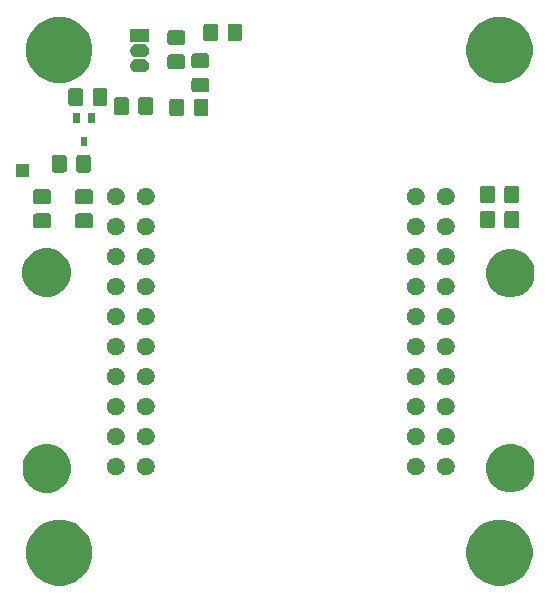
<source format=gbs>
G04 #@! TF.GenerationSoftware,KiCad,Pcbnew,5.1.5+dfsg1-2build2*
G04 #@! TF.CreationDate,2021-05-18T17:36:41-03:00*
G04 #@! TF.ProjectId,jbox_kicad,6a626f78-5f6b-4696-9361-642e6b696361,0*
G04 #@! TF.SameCoordinates,Original*
G04 #@! TF.FileFunction,Soldermask,Bot*
G04 #@! TF.FilePolarity,Negative*
%FSLAX46Y46*%
G04 Gerber Fmt 4.6, Leading zero omitted, Abs format (unit mm)*
G04 Created by KiCad (PCBNEW 5.1.5+dfsg1-2build2) date 2021-05-18 17:36:41*
%MOMM*%
%LPD*%
G04 APERTURE LIST*
%ADD10C,0.500000*%
G04 APERTURE END LIST*
D10*
G36*
X252086463Y-150249333D02*
G01*
X252596176Y-150460463D01*
X253054906Y-150766976D01*
X253445024Y-151157094D01*
X253751537Y-151615824D01*
X253962667Y-152125537D01*
X254070300Y-152666645D01*
X254070300Y-153218355D01*
X253962667Y-153759463D01*
X253751537Y-154269176D01*
X253445024Y-154727906D01*
X253054906Y-155118024D01*
X252596176Y-155424537D01*
X252086463Y-155635667D01*
X251545355Y-155743300D01*
X250993645Y-155743300D01*
X250452537Y-155635667D01*
X249942824Y-155424537D01*
X249484094Y-155118024D01*
X249093976Y-154727906D01*
X248787463Y-154269176D01*
X248576333Y-153759463D01*
X248468700Y-153218355D01*
X248468700Y-152666645D01*
X248576333Y-152125537D01*
X248787463Y-151615824D01*
X249093976Y-151157094D01*
X249484094Y-150766976D01*
X249942824Y-150460463D01*
X250452537Y-150249333D01*
X250993645Y-150141700D01*
X251545355Y-150141700D01*
X252086463Y-150249333D01*
G37*
G36*
X214809423Y-150249333D02*
G01*
X215319136Y-150460463D01*
X215777866Y-150766976D01*
X216167984Y-151157094D01*
X216474497Y-151615824D01*
X216685627Y-152125537D01*
X216793260Y-152666645D01*
X216793260Y-153218355D01*
X216685627Y-153759463D01*
X216474497Y-154269176D01*
X216167984Y-154727906D01*
X215777866Y-155118024D01*
X215319136Y-155424537D01*
X214809423Y-155635667D01*
X214268315Y-155743300D01*
X213716605Y-155743300D01*
X213175497Y-155635667D01*
X212665784Y-155424537D01*
X212207054Y-155118024D01*
X211816936Y-154727906D01*
X211510423Y-154269176D01*
X211299293Y-153759463D01*
X211191660Y-153218355D01*
X211191660Y-152666645D01*
X211299293Y-152125537D01*
X211510423Y-151615824D01*
X211816936Y-151157094D01*
X212207054Y-150766976D01*
X212665784Y-150460463D01*
X213175497Y-150249333D01*
X213716605Y-150141700D01*
X214268315Y-150141700D01*
X214809423Y-150249333D01*
G37*
G36*
X213526396Y-143834171D02*
G01*
X213899618Y-143988765D01*
X214235509Y-144213200D01*
X214521160Y-144498851D01*
X214745595Y-144834742D01*
X214900189Y-145207964D01*
X214979000Y-145604174D01*
X214979000Y-146008146D01*
X214900189Y-146404356D01*
X214745595Y-146777578D01*
X214521160Y-147113469D01*
X214235509Y-147399120D01*
X213899618Y-147623555D01*
X213526396Y-147778149D01*
X213130186Y-147856960D01*
X212726214Y-147856960D01*
X212330004Y-147778149D01*
X211956782Y-147623555D01*
X211620891Y-147399120D01*
X211335240Y-147113469D01*
X211110805Y-146777578D01*
X210956211Y-146404356D01*
X210877400Y-146008146D01*
X210877400Y-145604174D01*
X210956211Y-145207964D01*
X211110805Y-144834742D01*
X211335240Y-144498851D01*
X211620891Y-144213200D01*
X211956782Y-143988765D01*
X212330004Y-143834171D01*
X212726214Y-143755360D01*
X213130186Y-143755360D01*
X213526396Y-143834171D01*
G37*
G36*
X252769396Y-143824011D02*
G01*
X253142618Y-143978605D01*
X253478509Y-144203040D01*
X253764160Y-144488691D01*
X253988595Y-144824582D01*
X254143189Y-145197804D01*
X254222000Y-145594014D01*
X254222000Y-145997986D01*
X254143189Y-146394196D01*
X253988595Y-146767418D01*
X253764160Y-147103309D01*
X253478509Y-147388960D01*
X253142618Y-147613395D01*
X252769396Y-147767989D01*
X252373186Y-147846800D01*
X251969214Y-147846800D01*
X251573004Y-147767989D01*
X251199782Y-147613395D01*
X250863891Y-147388960D01*
X250578240Y-147103309D01*
X250353805Y-146767418D01*
X250199211Y-146394196D01*
X250120400Y-145997986D01*
X250120400Y-145594014D01*
X250199211Y-145197804D01*
X250353805Y-144824582D01*
X250578240Y-144488691D01*
X250863891Y-144203040D01*
X251199782Y-143978605D01*
X251573004Y-143824011D01*
X251969214Y-143745200D01*
X252373186Y-143745200D01*
X252769396Y-143824011D01*
G37*
G36*
X244389200Y-144921653D02*
G01*
X244525837Y-144978249D01*
X244648807Y-145060415D01*
X244753385Y-145164993D01*
X244835551Y-145287963D01*
X244892147Y-145424600D01*
X244921000Y-145569653D01*
X244921000Y-145717547D01*
X244892147Y-145862600D01*
X244835551Y-145999237D01*
X244753385Y-146122207D01*
X244648807Y-146226785D01*
X244525837Y-146308951D01*
X244389200Y-146365547D01*
X244244147Y-146394400D01*
X244096253Y-146394400D01*
X243951200Y-146365547D01*
X243814563Y-146308951D01*
X243691593Y-146226785D01*
X243587015Y-146122207D01*
X243504849Y-145999237D01*
X243448253Y-145862600D01*
X243419400Y-145717547D01*
X243419400Y-145569653D01*
X243448253Y-145424600D01*
X243504849Y-145287963D01*
X243587015Y-145164993D01*
X243691593Y-145060415D01*
X243814563Y-144978249D01*
X243951200Y-144921653D01*
X244096253Y-144892800D01*
X244244147Y-144892800D01*
X244389200Y-144921653D01*
G37*
G36*
X246929200Y-144921653D02*
G01*
X247065837Y-144978249D01*
X247188807Y-145060415D01*
X247293385Y-145164993D01*
X247375551Y-145287963D01*
X247432147Y-145424600D01*
X247461000Y-145569653D01*
X247461000Y-145717547D01*
X247432147Y-145862600D01*
X247375551Y-145999237D01*
X247293385Y-146122207D01*
X247188807Y-146226785D01*
X247065837Y-146308951D01*
X246929200Y-146365547D01*
X246784147Y-146394400D01*
X246636253Y-146394400D01*
X246491200Y-146365547D01*
X246354563Y-146308951D01*
X246231593Y-146226785D01*
X246127015Y-146122207D01*
X246044849Y-145999237D01*
X245988253Y-145862600D01*
X245959400Y-145717547D01*
X245959400Y-145569653D01*
X245988253Y-145424600D01*
X246044849Y-145287963D01*
X246127015Y-145164993D01*
X246231593Y-145060415D01*
X246354563Y-144978249D01*
X246491200Y-144921653D01*
X246636253Y-144892800D01*
X246784147Y-144892800D01*
X246929200Y-144921653D01*
G37*
G36*
X218989200Y-144921653D02*
G01*
X219125837Y-144978249D01*
X219248807Y-145060415D01*
X219353385Y-145164993D01*
X219435551Y-145287963D01*
X219492147Y-145424600D01*
X219521000Y-145569653D01*
X219521000Y-145717547D01*
X219492147Y-145862600D01*
X219435551Y-145999237D01*
X219353385Y-146122207D01*
X219248807Y-146226785D01*
X219125837Y-146308951D01*
X218989200Y-146365547D01*
X218844147Y-146394400D01*
X218696253Y-146394400D01*
X218551200Y-146365547D01*
X218414563Y-146308951D01*
X218291593Y-146226785D01*
X218187015Y-146122207D01*
X218104849Y-145999237D01*
X218048253Y-145862600D01*
X218019400Y-145717547D01*
X218019400Y-145569653D01*
X218048253Y-145424600D01*
X218104849Y-145287963D01*
X218187015Y-145164993D01*
X218291593Y-145060415D01*
X218414563Y-144978249D01*
X218551200Y-144921653D01*
X218696253Y-144892800D01*
X218844147Y-144892800D01*
X218989200Y-144921653D01*
G37*
G36*
X221529200Y-144921653D02*
G01*
X221665837Y-144978249D01*
X221788807Y-145060415D01*
X221893385Y-145164993D01*
X221975551Y-145287963D01*
X222032147Y-145424600D01*
X222061000Y-145569653D01*
X222061000Y-145717547D01*
X222032147Y-145862600D01*
X221975551Y-145999237D01*
X221893385Y-146122207D01*
X221788807Y-146226785D01*
X221665837Y-146308951D01*
X221529200Y-146365547D01*
X221384147Y-146394400D01*
X221236253Y-146394400D01*
X221091200Y-146365547D01*
X220954563Y-146308951D01*
X220831593Y-146226785D01*
X220727015Y-146122207D01*
X220644849Y-145999237D01*
X220588253Y-145862600D01*
X220559400Y-145717547D01*
X220559400Y-145569653D01*
X220588253Y-145424600D01*
X220644849Y-145287963D01*
X220727015Y-145164993D01*
X220831593Y-145060415D01*
X220954563Y-144978249D01*
X221091200Y-144921653D01*
X221236253Y-144892800D01*
X221384147Y-144892800D01*
X221529200Y-144921653D01*
G37*
G36*
X246929200Y-142381653D02*
G01*
X247065837Y-142438249D01*
X247188807Y-142520415D01*
X247293385Y-142624993D01*
X247375551Y-142747963D01*
X247432147Y-142884600D01*
X247461000Y-143029653D01*
X247461000Y-143177547D01*
X247432147Y-143322600D01*
X247375551Y-143459237D01*
X247293385Y-143582207D01*
X247188807Y-143686785D01*
X247065837Y-143768951D01*
X246929200Y-143825547D01*
X246784147Y-143854400D01*
X246636253Y-143854400D01*
X246491200Y-143825547D01*
X246354563Y-143768951D01*
X246231593Y-143686785D01*
X246127015Y-143582207D01*
X246044849Y-143459237D01*
X245988253Y-143322600D01*
X245959400Y-143177547D01*
X245959400Y-143029653D01*
X245988253Y-142884600D01*
X246044849Y-142747963D01*
X246127015Y-142624993D01*
X246231593Y-142520415D01*
X246354563Y-142438249D01*
X246491200Y-142381653D01*
X246636253Y-142352800D01*
X246784147Y-142352800D01*
X246929200Y-142381653D01*
G37*
G36*
X244389200Y-142381653D02*
G01*
X244525837Y-142438249D01*
X244648807Y-142520415D01*
X244753385Y-142624993D01*
X244835551Y-142747963D01*
X244892147Y-142884600D01*
X244921000Y-143029653D01*
X244921000Y-143177547D01*
X244892147Y-143322600D01*
X244835551Y-143459237D01*
X244753385Y-143582207D01*
X244648807Y-143686785D01*
X244525837Y-143768951D01*
X244389200Y-143825547D01*
X244244147Y-143854400D01*
X244096253Y-143854400D01*
X243951200Y-143825547D01*
X243814563Y-143768951D01*
X243691593Y-143686785D01*
X243587015Y-143582207D01*
X243504849Y-143459237D01*
X243448253Y-143322600D01*
X243419400Y-143177547D01*
X243419400Y-143029653D01*
X243448253Y-142884600D01*
X243504849Y-142747963D01*
X243587015Y-142624993D01*
X243691593Y-142520415D01*
X243814563Y-142438249D01*
X243951200Y-142381653D01*
X244096253Y-142352800D01*
X244244147Y-142352800D01*
X244389200Y-142381653D01*
G37*
G36*
X221529200Y-142381653D02*
G01*
X221665837Y-142438249D01*
X221788807Y-142520415D01*
X221893385Y-142624993D01*
X221975551Y-142747963D01*
X222032147Y-142884600D01*
X222061000Y-143029653D01*
X222061000Y-143177547D01*
X222032147Y-143322600D01*
X221975551Y-143459237D01*
X221893385Y-143582207D01*
X221788807Y-143686785D01*
X221665837Y-143768951D01*
X221529200Y-143825547D01*
X221384147Y-143854400D01*
X221236253Y-143854400D01*
X221091200Y-143825547D01*
X220954563Y-143768951D01*
X220831593Y-143686785D01*
X220727015Y-143582207D01*
X220644849Y-143459237D01*
X220588253Y-143322600D01*
X220559400Y-143177547D01*
X220559400Y-143029653D01*
X220588253Y-142884600D01*
X220644849Y-142747963D01*
X220727015Y-142624993D01*
X220831593Y-142520415D01*
X220954563Y-142438249D01*
X221091200Y-142381653D01*
X221236253Y-142352800D01*
X221384147Y-142352800D01*
X221529200Y-142381653D01*
G37*
G36*
X218989200Y-142381653D02*
G01*
X219125837Y-142438249D01*
X219248807Y-142520415D01*
X219353385Y-142624993D01*
X219435551Y-142747963D01*
X219492147Y-142884600D01*
X219521000Y-143029653D01*
X219521000Y-143177547D01*
X219492147Y-143322600D01*
X219435551Y-143459237D01*
X219353385Y-143582207D01*
X219248807Y-143686785D01*
X219125837Y-143768951D01*
X218989200Y-143825547D01*
X218844147Y-143854400D01*
X218696253Y-143854400D01*
X218551200Y-143825547D01*
X218414563Y-143768951D01*
X218291593Y-143686785D01*
X218187015Y-143582207D01*
X218104849Y-143459237D01*
X218048253Y-143322600D01*
X218019400Y-143177547D01*
X218019400Y-143029653D01*
X218048253Y-142884600D01*
X218104849Y-142747963D01*
X218187015Y-142624993D01*
X218291593Y-142520415D01*
X218414563Y-142438249D01*
X218551200Y-142381653D01*
X218696253Y-142352800D01*
X218844147Y-142352800D01*
X218989200Y-142381653D01*
G37*
G36*
X221529200Y-139841653D02*
G01*
X221665837Y-139898249D01*
X221788807Y-139980415D01*
X221893385Y-140084993D01*
X221975551Y-140207963D01*
X222032147Y-140344600D01*
X222061000Y-140489653D01*
X222061000Y-140637547D01*
X222032147Y-140782600D01*
X221975551Y-140919237D01*
X221893385Y-141042207D01*
X221788807Y-141146785D01*
X221665837Y-141228951D01*
X221529200Y-141285547D01*
X221384147Y-141314400D01*
X221236253Y-141314400D01*
X221091200Y-141285547D01*
X220954563Y-141228951D01*
X220831593Y-141146785D01*
X220727015Y-141042207D01*
X220644849Y-140919237D01*
X220588253Y-140782600D01*
X220559400Y-140637547D01*
X220559400Y-140489653D01*
X220588253Y-140344600D01*
X220644849Y-140207963D01*
X220727015Y-140084993D01*
X220831593Y-139980415D01*
X220954563Y-139898249D01*
X221091200Y-139841653D01*
X221236253Y-139812800D01*
X221384147Y-139812800D01*
X221529200Y-139841653D01*
G37*
G36*
X246929200Y-139841653D02*
G01*
X247065837Y-139898249D01*
X247188807Y-139980415D01*
X247293385Y-140084993D01*
X247375551Y-140207963D01*
X247432147Y-140344600D01*
X247461000Y-140489653D01*
X247461000Y-140637547D01*
X247432147Y-140782600D01*
X247375551Y-140919237D01*
X247293385Y-141042207D01*
X247188807Y-141146785D01*
X247065837Y-141228951D01*
X246929200Y-141285547D01*
X246784147Y-141314400D01*
X246636253Y-141314400D01*
X246491200Y-141285547D01*
X246354563Y-141228951D01*
X246231593Y-141146785D01*
X246127015Y-141042207D01*
X246044849Y-140919237D01*
X245988253Y-140782600D01*
X245959400Y-140637547D01*
X245959400Y-140489653D01*
X245988253Y-140344600D01*
X246044849Y-140207963D01*
X246127015Y-140084993D01*
X246231593Y-139980415D01*
X246354563Y-139898249D01*
X246491200Y-139841653D01*
X246636253Y-139812800D01*
X246784147Y-139812800D01*
X246929200Y-139841653D01*
G37*
G36*
X218989200Y-139841653D02*
G01*
X219125837Y-139898249D01*
X219248807Y-139980415D01*
X219353385Y-140084993D01*
X219435551Y-140207963D01*
X219492147Y-140344600D01*
X219521000Y-140489653D01*
X219521000Y-140637547D01*
X219492147Y-140782600D01*
X219435551Y-140919237D01*
X219353385Y-141042207D01*
X219248807Y-141146785D01*
X219125837Y-141228951D01*
X218989200Y-141285547D01*
X218844147Y-141314400D01*
X218696253Y-141314400D01*
X218551200Y-141285547D01*
X218414563Y-141228951D01*
X218291593Y-141146785D01*
X218187015Y-141042207D01*
X218104849Y-140919237D01*
X218048253Y-140782600D01*
X218019400Y-140637547D01*
X218019400Y-140489653D01*
X218048253Y-140344600D01*
X218104849Y-140207963D01*
X218187015Y-140084993D01*
X218291593Y-139980415D01*
X218414563Y-139898249D01*
X218551200Y-139841653D01*
X218696253Y-139812800D01*
X218844147Y-139812800D01*
X218989200Y-139841653D01*
G37*
G36*
X244389200Y-139841653D02*
G01*
X244525837Y-139898249D01*
X244648807Y-139980415D01*
X244753385Y-140084993D01*
X244835551Y-140207963D01*
X244892147Y-140344600D01*
X244921000Y-140489653D01*
X244921000Y-140637547D01*
X244892147Y-140782600D01*
X244835551Y-140919237D01*
X244753385Y-141042207D01*
X244648807Y-141146785D01*
X244525837Y-141228951D01*
X244389200Y-141285547D01*
X244244147Y-141314400D01*
X244096253Y-141314400D01*
X243951200Y-141285547D01*
X243814563Y-141228951D01*
X243691593Y-141146785D01*
X243587015Y-141042207D01*
X243504849Y-140919237D01*
X243448253Y-140782600D01*
X243419400Y-140637547D01*
X243419400Y-140489653D01*
X243448253Y-140344600D01*
X243504849Y-140207963D01*
X243587015Y-140084993D01*
X243691593Y-139980415D01*
X243814563Y-139898249D01*
X243951200Y-139841653D01*
X244096253Y-139812800D01*
X244244147Y-139812800D01*
X244389200Y-139841653D01*
G37*
G36*
X218989200Y-137301653D02*
G01*
X219125837Y-137358249D01*
X219248807Y-137440415D01*
X219353385Y-137544993D01*
X219435551Y-137667963D01*
X219492147Y-137804600D01*
X219521000Y-137949653D01*
X219521000Y-138097547D01*
X219492147Y-138242600D01*
X219435551Y-138379237D01*
X219353385Y-138502207D01*
X219248807Y-138606785D01*
X219125837Y-138688951D01*
X218989200Y-138745547D01*
X218844147Y-138774400D01*
X218696253Y-138774400D01*
X218551200Y-138745547D01*
X218414563Y-138688951D01*
X218291593Y-138606785D01*
X218187015Y-138502207D01*
X218104849Y-138379237D01*
X218048253Y-138242600D01*
X218019400Y-138097547D01*
X218019400Y-137949653D01*
X218048253Y-137804600D01*
X218104849Y-137667963D01*
X218187015Y-137544993D01*
X218291593Y-137440415D01*
X218414563Y-137358249D01*
X218551200Y-137301653D01*
X218696253Y-137272800D01*
X218844147Y-137272800D01*
X218989200Y-137301653D01*
G37*
G36*
X221529200Y-137301653D02*
G01*
X221665837Y-137358249D01*
X221788807Y-137440415D01*
X221893385Y-137544993D01*
X221975551Y-137667963D01*
X222032147Y-137804600D01*
X222061000Y-137949653D01*
X222061000Y-138097547D01*
X222032147Y-138242600D01*
X221975551Y-138379237D01*
X221893385Y-138502207D01*
X221788807Y-138606785D01*
X221665837Y-138688951D01*
X221529200Y-138745547D01*
X221384147Y-138774400D01*
X221236253Y-138774400D01*
X221091200Y-138745547D01*
X220954563Y-138688951D01*
X220831593Y-138606785D01*
X220727015Y-138502207D01*
X220644849Y-138379237D01*
X220588253Y-138242600D01*
X220559400Y-138097547D01*
X220559400Y-137949653D01*
X220588253Y-137804600D01*
X220644849Y-137667963D01*
X220727015Y-137544993D01*
X220831593Y-137440415D01*
X220954563Y-137358249D01*
X221091200Y-137301653D01*
X221236253Y-137272800D01*
X221384147Y-137272800D01*
X221529200Y-137301653D01*
G37*
G36*
X246929200Y-137301653D02*
G01*
X247065837Y-137358249D01*
X247188807Y-137440415D01*
X247293385Y-137544993D01*
X247375551Y-137667963D01*
X247432147Y-137804600D01*
X247461000Y-137949653D01*
X247461000Y-138097547D01*
X247432147Y-138242600D01*
X247375551Y-138379237D01*
X247293385Y-138502207D01*
X247188807Y-138606785D01*
X247065837Y-138688951D01*
X246929200Y-138745547D01*
X246784147Y-138774400D01*
X246636253Y-138774400D01*
X246491200Y-138745547D01*
X246354563Y-138688951D01*
X246231593Y-138606785D01*
X246127015Y-138502207D01*
X246044849Y-138379237D01*
X245988253Y-138242600D01*
X245959400Y-138097547D01*
X245959400Y-137949653D01*
X245988253Y-137804600D01*
X246044849Y-137667963D01*
X246127015Y-137544993D01*
X246231593Y-137440415D01*
X246354563Y-137358249D01*
X246491200Y-137301653D01*
X246636253Y-137272800D01*
X246784147Y-137272800D01*
X246929200Y-137301653D01*
G37*
G36*
X244389200Y-137301653D02*
G01*
X244525837Y-137358249D01*
X244648807Y-137440415D01*
X244753385Y-137544993D01*
X244835551Y-137667963D01*
X244892147Y-137804600D01*
X244921000Y-137949653D01*
X244921000Y-138097547D01*
X244892147Y-138242600D01*
X244835551Y-138379237D01*
X244753385Y-138502207D01*
X244648807Y-138606785D01*
X244525837Y-138688951D01*
X244389200Y-138745547D01*
X244244147Y-138774400D01*
X244096253Y-138774400D01*
X243951200Y-138745547D01*
X243814563Y-138688951D01*
X243691593Y-138606785D01*
X243587015Y-138502207D01*
X243504849Y-138379237D01*
X243448253Y-138242600D01*
X243419400Y-138097547D01*
X243419400Y-137949653D01*
X243448253Y-137804600D01*
X243504849Y-137667963D01*
X243587015Y-137544993D01*
X243691593Y-137440415D01*
X243814563Y-137358249D01*
X243951200Y-137301653D01*
X244096253Y-137272800D01*
X244244147Y-137272800D01*
X244389200Y-137301653D01*
G37*
G36*
X218989200Y-134761653D02*
G01*
X219125837Y-134818249D01*
X219248807Y-134900415D01*
X219353385Y-135004993D01*
X219435551Y-135127963D01*
X219492147Y-135264600D01*
X219521000Y-135409653D01*
X219521000Y-135557547D01*
X219492147Y-135702600D01*
X219435551Y-135839237D01*
X219353385Y-135962207D01*
X219248807Y-136066785D01*
X219125837Y-136148951D01*
X218989200Y-136205547D01*
X218844147Y-136234400D01*
X218696253Y-136234400D01*
X218551200Y-136205547D01*
X218414563Y-136148951D01*
X218291593Y-136066785D01*
X218187015Y-135962207D01*
X218104849Y-135839237D01*
X218048253Y-135702600D01*
X218019400Y-135557547D01*
X218019400Y-135409653D01*
X218048253Y-135264600D01*
X218104849Y-135127963D01*
X218187015Y-135004993D01*
X218291593Y-134900415D01*
X218414563Y-134818249D01*
X218551200Y-134761653D01*
X218696253Y-134732800D01*
X218844147Y-134732800D01*
X218989200Y-134761653D01*
G37*
G36*
X246929200Y-134761653D02*
G01*
X247065837Y-134818249D01*
X247188807Y-134900415D01*
X247293385Y-135004993D01*
X247375551Y-135127963D01*
X247432147Y-135264600D01*
X247461000Y-135409653D01*
X247461000Y-135557547D01*
X247432147Y-135702600D01*
X247375551Y-135839237D01*
X247293385Y-135962207D01*
X247188807Y-136066785D01*
X247065837Y-136148951D01*
X246929200Y-136205547D01*
X246784147Y-136234400D01*
X246636253Y-136234400D01*
X246491200Y-136205547D01*
X246354563Y-136148951D01*
X246231593Y-136066785D01*
X246127015Y-135962207D01*
X246044849Y-135839237D01*
X245988253Y-135702600D01*
X245959400Y-135557547D01*
X245959400Y-135409653D01*
X245988253Y-135264600D01*
X246044849Y-135127963D01*
X246127015Y-135004993D01*
X246231593Y-134900415D01*
X246354563Y-134818249D01*
X246491200Y-134761653D01*
X246636253Y-134732800D01*
X246784147Y-134732800D01*
X246929200Y-134761653D01*
G37*
G36*
X221529200Y-134761653D02*
G01*
X221665837Y-134818249D01*
X221788807Y-134900415D01*
X221893385Y-135004993D01*
X221975551Y-135127963D01*
X222032147Y-135264600D01*
X222061000Y-135409653D01*
X222061000Y-135557547D01*
X222032147Y-135702600D01*
X221975551Y-135839237D01*
X221893385Y-135962207D01*
X221788807Y-136066785D01*
X221665837Y-136148951D01*
X221529200Y-136205547D01*
X221384147Y-136234400D01*
X221236253Y-136234400D01*
X221091200Y-136205547D01*
X220954563Y-136148951D01*
X220831593Y-136066785D01*
X220727015Y-135962207D01*
X220644849Y-135839237D01*
X220588253Y-135702600D01*
X220559400Y-135557547D01*
X220559400Y-135409653D01*
X220588253Y-135264600D01*
X220644849Y-135127963D01*
X220727015Y-135004993D01*
X220831593Y-134900415D01*
X220954563Y-134818249D01*
X221091200Y-134761653D01*
X221236253Y-134732800D01*
X221384147Y-134732800D01*
X221529200Y-134761653D01*
G37*
G36*
X244389200Y-134761653D02*
G01*
X244525837Y-134818249D01*
X244648807Y-134900415D01*
X244753385Y-135004993D01*
X244835551Y-135127963D01*
X244892147Y-135264600D01*
X244921000Y-135409653D01*
X244921000Y-135557547D01*
X244892147Y-135702600D01*
X244835551Y-135839237D01*
X244753385Y-135962207D01*
X244648807Y-136066785D01*
X244525837Y-136148951D01*
X244389200Y-136205547D01*
X244244147Y-136234400D01*
X244096253Y-136234400D01*
X243951200Y-136205547D01*
X243814563Y-136148951D01*
X243691593Y-136066785D01*
X243587015Y-135962207D01*
X243504849Y-135839237D01*
X243448253Y-135702600D01*
X243419400Y-135557547D01*
X243419400Y-135409653D01*
X243448253Y-135264600D01*
X243504849Y-135127963D01*
X243587015Y-135004993D01*
X243691593Y-134900415D01*
X243814563Y-134818249D01*
X243951200Y-134761653D01*
X244096253Y-134732800D01*
X244244147Y-134732800D01*
X244389200Y-134761653D01*
G37*
G36*
X244389200Y-132221653D02*
G01*
X244525837Y-132278249D01*
X244648807Y-132360415D01*
X244753385Y-132464993D01*
X244835551Y-132587963D01*
X244892147Y-132724600D01*
X244921000Y-132869653D01*
X244921000Y-133017547D01*
X244892147Y-133162600D01*
X244835551Y-133299237D01*
X244753385Y-133422207D01*
X244648807Y-133526785D01*
X244525837Y-133608951D01*
X244389200Y-133665547D01*
X244244147Y-133694400D01*
X244096253Y-133694400D01*
X243951200Y-133665547D01*
X243814563Y-133608951D01*
X243691593Y-133526785D01*
X243587015Y-133422207D01*
X243504849Y-133299237D01*
X243448253Y-133162600D01*
X243419400Y-133017547D01*
X243419400Y-132869653D01*
X243448253Y-132724600D01*
X243504849Y-132587963D01*
X243587015Y-132464993D01*
X243691593Y-132360415D01*
X243814563Y-132278249D01*
X243951200Y-132221653D01*
X244096253Y-132192800D01*
X244244147Y-132192800D01*
X244389200Y-132221653D01*
G37*
G36*
X246929200Y-132221653D02*
G01*
X247065837Y-132278249D01*
X247188807Y-132360415D01*
X247293385Y-132464993D01*
X247375551Y-132587963D01*
X247432147Y-132724600D01*
X247461000Y-132869653D01*
X247461000Y-133017547D01*
X247432147Y-133162600D01*
X247375551Y-133299237D01*
X247293385Y-133422207D01*
X247188807Y-133526785D01*
X247065837Y-133608951D01*
X246929200Y-133665547D01*
X246784147Y-133694400D01*
X246636253Y-133694400D01*
X246491200Y-133665547D01*
X246354563Y-133608951D01*
X246231593Y-133526785D01*
X246127015Y-133422207D01*
X246044849Y-133299237D01*
X245988253Y-133162600D01*
X245959400Y-133017547D01*
X245959400Y-132869653D01*
X245988253Y-132724600D01*
X246044849Y-132587963D01*
X246127015Y-132464993D01*
X246231593Y-132360415D01*
X246354563Y-132278249D01*
X246491200Y-132221653D01*
X246636253Y-132192800D01*
X246784147Y-132192800D01*
X246929200Y-132221653D01*
G37*
G36*
X218989200Y-132221653D02*
G01*
X219125837Y-132278249D01*
X219248807Y-132360415D01*
X219353385Y-132464993D01*
X219435551Y-132587963D01*
X219492147Y-132724600D01*
X219521000Y-132869653D01*
X219521000Y-133017547D01*
X219492147Y-133162600D01*
X219435551Y-133299237D01*
X219353385Y-133422207D01*
X219248807Y-133526785D01*
X219125837Y-133608951D01*
X218989200Y-133665547D01*
X218844147Y-133694400D01*
X218696253Y-133694400D01*
X218551200Y-133665547D01*
X218414563Y-133608951D01*
X218291593Y-133526785D01*
X218187015Y-133422207D01*
X218104849Y-133299237D01*
X218048253Y-133162600D01*
X218019400Y-133017547D01*
X218019400Y-132869653D01*
X218048253Y-132724600D01*
X218104849Y-132587963D01*
X218187015Y-132464993D01*
X218291593Y-132360415D01*
X218414563Y-132278249D01*
X218551200Y-132221653D01*
X218696253Y-132192800D01*
X218844147Y-132192800D01*
X218989200Y-132221653D01*
G37*
G36*
X221529200Y-132221653D02*
G01*
X221665837Y-132278249D01*
X221788807Y-132360415D01*
X221893385Y-132464993D01*
X221975551Y-132587963D01*
X222032147Y-132724600D01*
X222061000Y-132869653D01*
X222061000Y-133017547D01*
X222032147Y-133162600D01*
X221975551Y-133299237D01*
X221893385Y-133422207D01*
X221788807Y-133526785D01*
X221665837Y-133608951D01*
X221529200Y-133665547D01*
X221384147Y-133694400D01*
X221236253Y-133694400D01*
X221091200Y-133665547D01*
X220954563Y-133608951D01*
X220831593Y-133526785D01*
X220727015Y-133422207D01*
X220644849Y-133299237D01*
X220588253Y-133162600D01*
X220559400Y-133017547D01*
X220559400Y-132869653D01*
X220588253Y-132724600D01*
X220644849Y-132587963D01*
X220727015Y-132464993D01*
X220831593Y-132360415D01*
X220954563Y-132278249D01*
X221091200Y-132221653D01*
X221236253Y-132192800D01*
X221384147Y-132192800D01*
X221529200Y-132221653D01*
G37*
G36*
X252769396Y-127314011D02*
G01*
X253142618Y-127468605D01*
X253478509Y-127693040D01*
X253764160Y-127978691D01*
X253988595Y-128314582D01*
X254143189Y-128687804D01*
X254222000Y-129084014D01*
X254222000Y-129487986D01*
X254143189Y-129884196D01*
X253988595Y-130257418D01*
X253764160Y-130593309D01*
X253478509Y-130878960D01*
X253142618Y-131103395D01*
X252769396Y-131257989D01*
X252373186Y-131336800D01*
X251969214Y-131336800D01*
X251573004Y-131257989D01*
X251199782Y-131103395D01*
X250863891Y-130878960D01*
X250578240Y-130593309D01*
X250353805Y-130257418D01*
X250199211Y-129884196D01*
X250120400Y-129487986D01*
X250120400Y-129084014D01*
X250199211Y-128687804D01*
X250353805Y-128314582D01*
X250578240Y-127978691D01*
X250863891Y-127693040D01*
X251199782Y-127468605D01*
X251573004Y-127314011D01*
X251969214Y-127235200D01*
X252373186Y-127235200D01*
X252769396Y-127314011D01*
G37*
G36*
X213513696Y-127260671D02*
G01*
X213886918Y-127415265D01*
X214222809Y-127639700D01*
X214508460Y-127925351D01*
X214732895Y-128261242D01*
X214887489Y-128634464D01*
X214966300Y-129030674D01*
X214966300Y-129434646D01*
X214887489Y-129830856D01*
X214732895Y-130204078D01*
X214508460Y-130539969D01*
X214222809Y-130825620D01*
X213886918Y-131050055D01*
X213513696Y-131204649D01*
X213117486Y-131283460D01*
X212713514Y-131283460D01*
X212317304Y-131204649D01*
X211944082Y-131050055D01*
X211608191Y-130825620D01*
X211322540Y-130539969D01*
X211098105Y-130204078D01*
X210943511Y-129830856D01*
X210864700Y-129434646D01*
X210864700Y-129030674D01*
X210943511Y-128634464D01*
X211098105Y-128261242D01*
X211322540Y-127925351D01*
X211608191Y-127639700D01*
X211944082Y-127415265D01*
X212317304Y-127260671D01*
X212713514Y-127181860D01*
X213117486Y-127181860D01*
X213513696Y-127260671D01*
G37*
G36*
X246929200Y-129681653D02*
G01*
X247065837Y-129738249D01*
X247188807Y-129820415D01*
X247293385Y-129924993D01*
X247375551Y-130047963D01*
X247432147Y-130184600D01*
X247461000Y-130329653D01*
X247461000Y-130477547D01*
X247432147Y-130622600D01*
X247375551Y-130759237D01*
X247293385Y-130882207D01*
X247188807Y-130986785D01*
X247065837Y-131068951D01*
X246929200Y-131125547D01*
X246784147Y-131154400D01*
X246636253Y-131154400D01*
X246491200Y-131125547D01*
X246354563Y-131068951D01*
X246231593Y-130986785D01*
X246127015Y-130882207D01*
X246044849Y-130759237D01*
X245988253Y-130622600D01*
X245959400Y-130477547D01*
X245959400Y-130329653D01*
X245988253Y-130184600D01*
X246044849Y-130047963D01*
X246127015Y-129924993D01*
X246231593Y-129820415D01*
X246354563Y-129738249D01*
X246491200Y-129681653D01*
X246636253Y-129652800D01*
X246784147Y-129652800D01*
X246929200Y-129681653D01*
G37*
G36*
X221529200Y-129681653D02*
G01*
X221665837Y-129738249D01*
X221788807Y-129820415D01*
X221893385Y-129924993D01*
X221975551Y-130047963D01*
X222032147Y-130184600D01*
X222061000Y-130329653D01*
X222061000Y-130477547D01*
X222032147Y-130622600D01*
X221975551Y-130759237D01*
X221893385Y-130882207D01*
X221788807Y-130986785D01*
X221665837Y-131068951D01*
X221529200Y-131125547D01*
X221384147Y-131154400D01*
X221236253Y-131154400D01*
X221091200Y-131125547D01*
X220954563Y-131068951D01*
X220831593Y-130986785D01*
X220727015Y-130882207D01*
X220644849Y-130759237D01*
X220588253Y-130622600D01*
X220559400Y-130477547D01*
X220559400Y-130329653D01*
X220588253Y-130184600D01*
X220644849Y-130047963D01*
X220727015Y-129924993D01*
X220831593Y-129820415D01*
X220954563Y-129738249D01*
X221091200Y-129681653D01*
X221236253Y-129652800D01*
X221384147Y-129652800D01*
X221529200Y-129681653D01*
G37*
G36*
X244389200Y-129681653D02*
G01*
X244525837Y-129738249D01*
X244648807Y-129820415D01*
X244753385Y-129924993D01*
X244835551Y-130047963D01*
X244892147Y-130184600D01*
X244921000Y-130329653D01*
X244921000Y-130477547D01*
X244892147Y-130622600D01*
X244835551Y-130759237D01*
X244753385Y-130882207D01*
X244648807Y-130986785D01*
X244525837Y-131068951D01*
X244389200Y-131125547D01*
X244244147Y-131154400D01*
X244096253Y-131154400D01*
X243951200Y-131125547D01*
X243814563Y-131068951D01*
X243691593Y-130986785D01*
X243587015Y-130882207D01*
X243504849Y-130759237D01*
X243448253Y-130622600D01*
X243419400Y-130477547D01*
X243419400Y-130329653D01*
X243448253Y-130184600D01*
X243504849Y-130047963D01*
X243587015Y-129924993D01*
X243691593Y-129820415D01*
X243814563Y-129738249D01*
X243951200Y-129681653D01*
X244096253Y-129652800D01*
X244244147Y-129652800D01*
X244389200Y-129681653D01*
G37*
G36*
X218989200Y-129681653D02*
G01*
X219125837Y-129738249D01*
X219248807Y-129820415D01*
X219353385Y-129924993D01*
X219435551Y-130047963D01*
X219492147Y-130184600D01*
X219521000Y-130329653D01*
X219521000Y-130477547D01*
X219492147Y-130622600D01*
X219435551Y-130759237D01*
X219353385Y-130882207D01*
X219248807Y-130986785D01*
X219125837Y-131068951D01*
X218989200Y-131125547D01*
X218844147Y-131154400D01*
X218696253Y-131154400D01*
X218551200Y-131125547D01*
X218414563Y-131068951D01*
X218291593Y-130986785D01*
X218187015Y-130882207D01*
X218104849Y-130759237D01*
X218048253Y-130622600D01*
X218019400Y-130477547D01*
X218019400Y-130329653D01*
X218048253Y-130184600D01*
X218104849Y-130047963D01*
X218187015Y-129924993D01*
X218291593Y-129820415D01*
X218414563Y-129738249D01*
X218551200Y-129681653D01*
X218696253Y-129652800D01*
X218844147Y-129652800D01*
X218989200Y-129681653D01*
G37*
G36*
X246929200Y-127141653D02*
G01*
X247065837Y-127198249D01*
X247188807Y-127280415D01*
X247293385Y-127384993D01*
X247375551Y-127507963D01*
X247432147Y-127644600D01*
X247461000Y-127789653D01*
X247461000Y-127937547D01*
X247432147Y-128082600D01*
X247375551Y-128219237D01*
X247293385Y-128342207D01*
X247188807Y-128446785D01*
X247065837Y-128528951D01*
X246929200Y-128585547D01*
X246784147Y-128614400D01*
X246636253Y-128614400D01*
X246491200Y-128585547D01*
X246354563Y-128528951D01*
X246231593Y-128446785D01*
X246127015Y-128342207D01*
X246044849Y-128219237D01*
X245988253Y-128082600D01*
X245959400Y-127937547D01*
X245959400Y-127789653D01*
X245988253Y-127644600D01*
X246044849Y-127507963D01*
X246127015Y-127384993D01*
X246231593Y-127280415D01*
X246354563Y-127198249D01*
X246491200Y-127141653D01*
X246636253Y-127112800D01*
X246784147Y-127112800D01*
X246929200Y-127141653D01*
G37*
G36*
X221529200Y-127141653D02*
G01*
X221665837Y-127198249D01*
X221788807Y-127280415D01*
X221893385Y-127384993D01*
X221975551Y-127507963D01*
X222032147Y-127644600D01*
X222061000Y-127789653D01*
X222061000Y-127937547D01*
X222032147Y-128082600D01*
X221975551Y-128219237D01*
X221893385Y-128342207D01*
X221788807Y-128446785D01*
X221665837Y-128528951D01*
X221529200Y-128585547D01*
X221384147Y-128614400D01*
X221236253Y-128614400D01*
X221091200Y-128585547D01*
X220954563Y-128528951D01*
X220831593Y-128446785D01*
X220727015Y-128342207D01*
X220644849Y-128219237D01*
X220588253Y-128082600D01*
X220559400Y-127937547D01*
X220559400Y-127789653D01*
X220588253Y-127644600D01*
X220644849Y-127507963D01*
X220727015Y-127384993D01*
X220831593Y-127280415D01*
X220954563Y-127198249D01*
X221091200Y-127141653D01*
X221236253Y-127112800D01*
X221384147Y-127112800D01*
X221529200Y-127141653D01*
G37*
G36*
X218989200Y-127141653D02*
G01*
X219125837Y-127198249D01*
X219248807Y-127280415D01*
X219353385Y-127384993D01*
X219435551Y-127507963D01*
X219492147Y-127644600D01*
X219521000Y-127789653D01*
X219521000Y-127937547D01*
X219492147Y-128082600D01*
X219435551Y-128219237D01*
X219353385Y-128342207D01*
X219248807Y-128446785D01*
X219125837Y-128528951D01*
X218989200Y-128585547D01*
X218844147Y-128614400D01*
X218696253Y-128614400D01*
X218551200Y-128585547D01*
X218414563Y-128528951D01*
X218291593Y-128446785D01*
X218187015Y-128342207D01*
X218104849Y-128219237D01*
X218048253Y-128082600D01*
X218019400Y-127937547D01*
X218019400Y-127789653D01*
X218048253Y-127644600D01*
X218104849Y-127507963D01*
X218187015Y-127384993D01*
X218291593Y-127280415D01*
X218414563Y-127198249D01*
X218551200Y-127141653D01*
X218696253Y-127112800D01*
X218844147Y-127112800D01*
X218989200Y-127141653D01*
G37*
G36*
X244389200Y-127141653D02*
G01*
X244525837Y-127198249D01*
X244648807Y-127280415D01*
X244753385Y-127384993D01*
X244835551Y-127507963D01*
X244892147Y-127644600D01*
X244921000Y-127789653D01*
X244921000Y-127937547D01*
X244892147Y-128082600D01*
X244835551Y-128219237D01*
X244753385Y-128342207D01*
X244648807Y-128446785D01*
X244525837Y-128528951D01*
X244389200Y-128585547D01*
X244244147Y-128614400D01*
X244096253Y-128614400D01*
X243951200Y-128585547D01*
X243814563Y-128528951D01*
X243691593Y-128446785D01*
X243587015Y-128342207D01*
X243504849Y-128219237D01*
X243448253Y-128082600D01*
X243419400Y-127937547D01*
X243419400Y-127789653D01*
X243448253Y-127644600D01*
X243504849Y-127507963D01*
X243587015Y-127384993D01*
X243691593Y-127280415D01*
X243814563Y-127198249D01*
X243951200Y-127141653D01*
X244096253Y-127112800D01*
X244244147Y-127112800D01*
X244389200Y-127141653D01*
G37*
G36*
X246929200Y-124601653D02*
G01*
X247065837Y-124658249D01*
X247188807Y-124740415D01*
X247293385Y-124844993D01*
X247375551Y-124967963D01*
X247432147Y-125104600D01*
X247461000Y-125249653D01*
X247461000Y-125397547D01*
X247432147Y-125542600D01*
X247375551Y-125679237D01*
X247293385Y-125802207D01*
X247188807Y-125906785D01*
X247065837Y-125988951D01*
X246929200Y-126045547D01*
X246784147Y-126074400D01*
X246636253Y-126074400D01*
X246491200Y-126045547D01*
X246354563Y-125988951D01*
X246231593Y-125906785D01*
X246127015Y-125802207D01*
X246044849Y-125679237D01*
X245988253Y-125542600D01*
X245959400Y-125397547D01*
X245959400Y-125249653D01*
X245988253Y-125104600D01*
X246044849Y-124967963D01*
X246127015Y-124844993D01*
X246231593Y-124740415D01*
X246354563Y-124658249D01*
X246491200Y-124601653D01*
X246636253Y-124572800D01*
X246784147Y-124572800D01*
X246929200Y-124601653D01*
G37*
G36*
X218989200Y-124601653D02*
G01*
X219125837Y-124658249D01*
X219248807Y-124740415D01*
X219353385Y-124844993D01*
X219435551Y-124967963D01*
X219492147Y-125104600D01*
X219521000Y-125249653D01*
X219521000Y-125397547D01*
X219492147Y-125542600D01*
X219435551Y-125679237D01*
X219353385Y-125802207D01*
X219248807Y-125906785D01*
X219125837Y-125988951D01*
X218989200Y-126045547D01*
X218844147Y-126074400D01*
X218696253Y-126074400D01*
X218551200Y-126045547D01*
X218414563Y-125988951D01*
X218291593Y-125906785D01*
X218187015Y-125802207D01*
X218104849Y-125679237D01*
X218048253Y-125542600D01*
X218019400Y-125397547D01*
X218019400Y-125249653D01*
X218048253Y-125104600D01*
X218104849Y-124967963D01*
X218187015Y-124844993D01*
X218291593Y-124740415D01*
X218414563Y-124658249D01*
X218551200Y-124601653D01*
X218696253Y-124572800D01*
X218844147Y-124572800D01*
X218989200Y-124601653D01*
G37*
G36*
X244389200Y-124601653D02*
G01*
X244525837Y-124658249D01*
X244648807Y-124740415D01*
X244753385Y-124844993D01*
X244835551Y-124967963D01*
X244892147Y-125104600D01*
X244921000Y-125249653D01*
X244921000Y-125397547D01*
X244892147Y-125542600D01*
X244835551Y-125679237D01*
X244753385Y-125802207D01*
X244648807Y-125906785D01*
X244525837Y-125988951D01*
X244389200Y-126045547D01*
X244244147Y-126074400D01*
X244096253Y-126074400D01*
X243951200Y-126045547D01*
X243814563Y-125988951D01*
X243691593Y-125906785D01*
X243587015Y-125802207D01*
X243504849Y-125679237D01*
X243448253Y-125542600D01*
X243419400Y-125397547D01*
X243419400Y-125249653D01*
X243448253Y-125104600D01*
X243504849Y-124967963D01*
X243587015Y-124844993D01*
X243691593Y-124740415D01*
X243814563Y-124658249D01*
X243951200Y-124601653D01*
X244096253Y-124572800D01*
X244244147Y-124572800D01*
X244389200Y-124601653D01*
G37*
G36*
X221529200Y-124601653D02*
G01*
X221665837Y-124658249D01*
X221788807Y-124740415D01*
X221893385Y-124844993D01*
X221975551Y-124967963D01*
X222032147Y-125104600D01*
X222061000Y-125249653D01*
X222061000Y-125397547D01*
X222032147Y-125542600D01*
X221975551Y-125679237D01*
X221893385Y-125802207D01*
X221788807Y-125906785D01*
X221665837Y-125988951D01*
X221529200Y-126045547D01*
X221384147Y-126074400D01*
X221236253Y-126074400D01*
X221091200Y-126045547D01*
X220954563Y-125988951D01*
X220831593Y-125906785D01*
X220727015Y-125802207D01*
X220644849Y-125679237D01*
X220588253Y-125542600D01*
X220559400Y-125397547D01*
X220559400Y-125249653D01*
X220588253Y-125104600D01*
X220644849Y-124967963D01*
X220727015Y-124844993D01*
X220831593Y-124740415D01*
X220954563Y-124658249D01*
X221091200Y-124601653D01*
X221236253Y-124572800D01*
X221384147Y-124572800D01*
X221529200Y-124601653D01*
G37*
G36*
X250674226Y-123993520D02*
G01*
X250719862Y-124007364D01*
X250761927Y-124029848D01*
X250798795Y-124060105D01*
X250829052Y-124096973D01*
X250851536Y-124139038D01*
X250865380Y-124184674D01*
X250870300Y-124234626D01*
X250870300Y-125244174D01*
X250865380Y-125294126D01*
X250851536Y-125339762D01*
X250829052Y-125381827D01*
X250798795Y-125418695D01*
X250761927Y-125448952D01*
X250719862Y-125471436D01*
X250674226Y-125485280D01*
X250624274Y-125490200D01*
X249864726Y-125490200D01*
X249814774Y-125485280D01*
X249769138Y-125471436D01*
X249727073Y-125448952D01*
X249690205Y-125418695D01*
X249659948Y-125381827D01*
X249637464Y-125339762D01*
X249623620Y-125294126D01*
X249618700Y-125244174D01*
X249618700Y-124234626D01*
X249623620Y-124184674D01*
X249637464Y-124139038D01*
X249659948Y-124096973D01*
X249690205Y-124060105D01*
X249727073Y-124029848D01*
X249769138Y-124007364D01*
X249814774Y-123993520D01*
X249864726Y-123988600D01*
X250624274Y-123988600D01*
X250674226Y-123993520D01*
G37*
G36*
X252724226Y-123993520D02*
G01*
X252769862Y-124007364D01*
X252811927Y-124029848D01*
X252848795Y-124060105D01*
X252879052Y-124096973D01*
X252901536Y-124139038D01*
X252915380Y-124184674D01*
X252920300Y-124234626D01*
X252920300Y-125244174D01*
X252915380Y-125294126D01*
X252901536Y-125339762D01*
X252879052Y-125381827D01*
X252848795Y-125418695D01*
X252811927Y-125448952D01*
X252769862Y-125471436D01*
X252724226Y-125485280D01*
X252674274Y-125490200D01*
X251914726Y-125490200D01*
X251864774Y-125485280D01*
X251819138Y-125471436D01*
X251777073Y-125448952D01*
X251740205Y-125418695D01*
X251709948Y-125381827D01*
X251687464Y-125339762D01*
X251673620Y-125294126D01*
X251668700Y-125244174D01*
X251668700Y-124234626D01*
X251673620Y-124184674D01*
X251687464Y-124139038D01*
X251709948Y-124096973D01*
X251740205Y-124060105D01*
X251777073Y-124029848D01*
X251819138Y-124007364D01*
X251864774Y-123993520D01*
X251914726Y-123988600D01*
X252674274Y-123988600D01*
X252724226Y-123993520D01*
G37*
G36*
X216645226Y-124229120D02*
G01*
X216690862Y-124242964D01*
X216732927Y-124265448D01*
X216769795Y-124295705D01*
X216800052Y-124332573D01*
X216822536Y-124374638D01*
X216836380Y-124420274D01*
X216841300Y-124470226D01*
X216841300Y-125229774D01*
X216836380Y-125279726D01*
X216822536Y-125325362D01*
X216800052Y-125367427D01*
X216769795Y-125404295D01*
X216732927Y-125434552D01*
X216690862Y-125457036D01*
X216645226Y-125470880D01*
X216595274Y-125475800D01*
X215585726Y-125475800D01*
X215535774Y-125470880D01*
X215490138Y-125457036D01*
X215448073Y-125434552D01*
X215411205Y-125404295D01*
X215380948Y-125367427D01*
X215358464Y-125325362D01*
X215344620Y-125279726D01*
X215339700Y-125229774D01*
X215339700Y-124470226D01*
X215344620Y-124420274D01*
X215358464Y-124374638D01*
X215380948Y-124332573D01*
X215411205Y-124295705D01*
X215448073Y-124265448D01*
X215490138Y-124242964D01*
X215535774Y-124229120D01*
X215585726Y-124224200D01*
X216595274Y-124224200D01*
X216645226Y-124229120D01*
G37*
G36*
X213089226Y-124229120D02*
G01*
X213134862Y-124242964D01*
X213176927Y-124265448D01*
X213213795Y-124295705D01*
X213244052Y-124332573D01*
X213266536Y-124374638D01*
X213280380Y-124420274D01*
X213285300Y-124470226D01*
X213285300Y-125229774D01*
X213280380Y-125279726D01*
X213266536Y-125325362D01*
X213244052Y-125367427D01*
X213213795Y-125404295D01*
X213176927Y-125434552D01*
X213134862Y-125457036D01*
X213089226Y-125470880D01*
X213039274Y-125475800D01*
X212029726Y-125475800D01*
X211979774Y-125470880D01*
X211934138Y-125457036D01*
X211892073Y-125434552D01*
X211855205Y-125404295D01*
X211824948Y-125367427D01*
X211802464Y-125325362D01*
X211788620Y-125279726D01*
X211783700Y-125229774D01*
X211783700Y-124470226D01*
X211788620Y-124420274D01*
X211802464Y-124374638D01*
X211824948Y-124332573D01*
X211855205Y-124295705D01*
X211892073Y-124265448D01*
X211934138Y-124242964D01*
X211979774Y-124229120D01*
X212029726Y-124224200D01*
X213039274Y-124224200D01*
X213089226Y-124229120D01*
G37*
G36*
X221529200Y-122061653D02*
G01*
X221665837Y-122118249D01*
X221788807Y-122200415D01*
X221893385Y-122304993D01*
X221975551Y-122427963D01*
X222032147Y-122564600D01*
X222061000Y-122709653D01*
X222061000Y-122857547D01*
X222032147Y-123002600D01*
X221975551Y-123139237D01*
X221893385Y-123262207D01*
X221788807Y-123366785D01*
X221665837Y-123448951D01*
X221529200Y-123505547D01*
X221384147Y-123534400D01*
X221236253Y-123534400D01*
X221091200Y-123505547D01*
X220954563Y-123448951D01*
X220831593Y-123366785D01*
X220727015Y-123262207D01*
X220644849Y-123139237D01*
X220588253Y-123002600D01*
X220559400Y-122857547D01*
X220559400Y-122709653D01*
X220588253Y-122564600D01*
X220644849Y-122427963D01*
X220727015Y-122304993D01*
X220831593Y-122200415D01*
X220954563Y-122118249D01*
X221091200Y-122061653D01*
X221236253Y-122032800D01*
X221384147Y-122032800D01*
X221529200Y-122061653D01*
G37*
G36*
X244389200Y-122061653D02*
G01*
X244525837Y-122118249D01*
X244648807Y-122200415D01*
X244753385Y-122304993D01*
X244835551Y-122427963D01*
X244892147Y-122564600D01*
X244921000Y-122709653D01*
X244921000Y-122857547D01*
X244892147Y-123002600D01*
X244835551Y-123139237D01*
X244753385Y-123262207D01*
X244648807Y-123366785D01*
X244525837Y-123448951D01*
X244389200Y-123505547D01*
X244244147Y-123534400D01*
X244096253Y-123534400D01*
X243951200Y-123505547D01*
X243814563Y-123448951D01*
X243691593Y-123366785D01*
X243587015Y-123262207D01*
X243504849Y-123139237D01*
X243448253Y-123002600D01*
X243419400Y-122857547D01*
X243419400Y-122709653D01*
X243448253Y-122564600D01*
X243504849Y-122427963D01*
X243587015Y-122304993D01*
X243691593Y-122200415D01*
X243814563Y-122118249D01*
X243951200Y-122061653D01*
X244096253Y-122032800D01*
X244244147Y-122032800D01*
X244389200Y-122061653D01*
G37*
G36*
X246929200Y-122061653D02*
G01*
X247065837Y-122118249D01*
X247188807Y-122200415D01*
X247293385Y-122304993D01*
X247375551Y-122427963D01*
X247432147Y-122564600D01*
X247461000Y-122709653D01*
X247461000Y-122857547D01*
X247432147Y-123002600D01*
X247375551Y-123139237D01*
X247293385Y-123262207D01*
X247188807Y-123366785D01*
X247065837Y-123448951D01*
X246929200Y-123505547D01*
X246784147Y-123534400D01*
X246636253Y-123534400D01*
X246491200Y-123505547D01*
X246354563Y-123448951D01*
X246231593Y-123366785D01*
X246127015Y-123262207D01*
X246044849Y-123139237D01*
X245988253Y-123002600D01*
X245959400Y-122857547D01*
X245959400Y-122709653D01*
X245988253Y-122564600D01*
X246044849Y-122427963D01*
X246127015Y-122304993D01*
X246231593Y-122200415D01*
X246354563Y-122118249D01*
X246491200Y-122061653D01*
X246636253Y-122032800D01*
X246784147Y-122032800D01*
X246929200Y-122061653D01*
G37*
G36*
X218989200Y-122061653D02*
G01*
X219125837Y-122118249D01*
X219248807Y-122200415D01*
X219353385Y-122304993D01*
X219435551Y-122427963D01*
X219492147Y-122564600D01*
X219521000Y-122709653D01*
X219521000Y-122857547D01*
X219492147Y-123002600D01*
X219435551Y-123139237D01*
X219353385Y-123262207D01*
X219248807Y-123366785D01*
X219125837Y-123448951D01*
X218989200Y-123505547D01*
X218844147Y-123534400D01*
X218696253Y-123534400D01*
X218551200Y-123505547D01*
X218414563Y-123448951D01*
X218291593Y-123366785D01*
X218187015Y-123262207D01*
X218104849Y-123139237D01*
X218048253Y-123002600D01*
X218019400Y-122857547D01*
X218019400Y-122709653D01*
X218048253Y-122564600D01*
X218104849Y-122427963D01*
X218187015Y-122304993D01*
X218291593Y-122200415D01*
X218414563Y-122118249D01*
X218551200Y-122061653D01*
X218696253Y-122032800D01*
X218844147Y-122032800D01*
X218989200Y-122061653D01*
G37*
G36*
X216645226Y-122179120D02*
G01*
X216690862Y-122192964D01*
X216732927Y-122215448D01*
X216769795Y-122245705D01*
X216800052Y-122282573D01*
X216822536Y-122324638D01*
X216836380Y-122370274D01*
X216841300Y-122420226D01*
X216841300Y-123179774D01*
X216836380Y-123229726D01*
X216822536Y-123275362D01*
X216800052Y-123317427D01*
X216769795Y-123354295D01*
X216732927Y-123384552D01*
X216690862Y-123407036D01*
X216645226Y-123420880D01*
X216595274Y-123425800D01*
X215585726Y-123425800D01*
X215535774Y-123420880D01*
X215490138Y-123407036D01*
X215448073Y-123384552D01*
X215411205Y-123354295D01*
X215380948Y-123317427D01*
X215358464Y-123275362D01*
X215344620Y-123229726D01*
X215339700Y-123179774D01*
X215339700Y-122420226D01*
X215344620Y-122370274D01*
X215358464Y-122324638D01*
X215380948Y-122282573D01*
X215411205Y-122245705D01*
X215448073Y-122215448D01*
X215490138Y-122192964D01*
X215535774Y-122179120D01*
X215585726Y-122174200D01*
X216595274Y-122174200D01*
X216645226Y-122179120D01*
G37*
G36*
X213089226Y-122179120D02*
G01*
X213134862Y-122192964D01*
X213176927Y-122215448D01*
X213213795Y-122245705D01*
X213244052Y-122282573D01*
X213266536Y-122324638D01*
X213280380Y-122370274D01*
X213285300Y-122420226D01*
X213285300Y-123179774D01*
X213280380Y-123229726D01*
X213266536Y-123275362D01*
X213244052Y-123317427D01*
X213213795Y-123354295D01*
X213176927Y-123384552D01*
X213134862Y-123407036D01*
X213089226Y-123420880D01*
X213039274Y-123425800D01*
X212029726Y-123425800D01*
X211979774Y-123420880D01*
X211934138Y-123407036D01*
X211892073Y-123384552D01*
X211855205Y-123354295D01*
X211824948Y-123317427D01*
X211802464Y-123275362D01*
X211788620Y-123229726D01*
X211783700Y-123179774D01*
X211783700Y-122420226D01*
X211788620Y-122370274D01*
X211802464Y-122324638D01*
X211824948Y-122282573D01*
X211855205Y-122245705D01*
X211892073Y-122215448D01*
X211934138Y-122192964D01*
X211979774Y-122179120D01*
X212029726Y-122174200D01*
X213039274Y-122174200D01*
X213089226Y-122179120D01*
G37*
G36*
X250674647Y-121872609D02*
G01*
X250720191Y-121886424D01*
X250762164Y-121908860D01*
X250798950Y-121939050D01*
X250829140Y-121975836D01*
X250851576Y-122017809D01*
X250865391Y-122063353D01*
X250870300Y-122113197D01*
X250870300Y-123123803D01*
X250865391Y-123173647D01*
X250851576Y-123219191D01*
X250829140Y-123261164D01*
X250798950Y-123297950D01*
X250762164Y-123328140D01*
X250720191Y-123350576D01*
X250674647Y-123364391D01*
X250624803Y-123369300D01*
X249864197Y-123369300D01*
X249814353Y-123364391D01*
X249768809Y-123350576D01*
X249726836Y-123328140D01*
X249690050Y-123297950D01*
X249659860Y-123261164D01*
X249637424Y-123219191D01*
X249623609Y-123173647D01*
X249618700Y-123123803D01*
X249618700Y-122113197D01*
X249623609Y-122063353D01*
X249637424Y-122017809D01*
X249659860Y-121975836D01*
X249690050Y-121939050D01*
X249726836Y-121908860D01*
X249768809Y-121886424D01*
X249814353Y-121872609D01*
X249864197Y-121867700D01*
X250624803Y-121867700D01*
X250674647Y-121872609D01*
G37*
G36*
X252724226Y-121872620D02*
G01*
X252769862Y-121886464D01*
X252811927Y-121908948D01*
X252848795Y-121939205D01*
X252879052Y-121976073D01*
X252901536Y-122018138D01*
X252915380Y-122063774D01*
X252920300Y-122113726D01*
X252920300Y-123123274D01*
X252915380Y-123173226D01*
X252901536Y-123218862D01*
X252879052Y-123260927D01*
X252848795Y-123297795D01*
X252811927Y-123328052D01*
X252769862Y-123350536D01*
X252724226Y-123364380D01*
X252674274Y-123369300D01*
X251914726Y-123369300D01*
X251864774Y-123364380D01*
X251819138Y-123350536D01*
X251777073Y-123328052D01*
X251740205Y-123297795D01*
X251709948Y-123260927D01*
X251687464Y-123218862D01*
X251673620Y-123173226D01*
X251668700Y-123123274D01*
X251668700Y-122113726D01*
X251673620Y-122063774D01*
X251687464Y-122018138D01*
X251709948Y-121976073D01*
X251740205Y-121939205D01*
X251777073Y-121908948D01*
X251819138Y-121886464D01*
X251864774Y-121872620D01*
X251914726Y-121867700D01*
X252674274Y-121867700D01*
X252724226Y-121872620D01*
G37*
G36*
X211434300Y-121137300D02*
G01*
X210332700Y-121137300D01*
X210332700Y-120035700D01*
X211434300Y-120035700D01*
X211434300Y-121137300D01*
G37*
G36*
X216465726Y-119269120D02*
G01*
X216511362Y-119282964D01*
X216553427Y-119305448D01*
X216590295Y-119335705D01*
X216620552Y-119372573D01*
X216643036Y-119414638D01*
X216656880Y-119460274D01*
X216661800Y-119510226D01*
X216661800Y-120519774D01*
X216656880Y-120569726D01*
X216643036Y-120615362D01*
X216620552Y-120657427D01*
X216590295Y-120694295D01*
X216553427Y-120724552D01*
X216511362Y-120747036D01*
X216465726Y-120760880D01*
X216415774Y-120765800D01*
X215656226Y-120765800D01*
X215606274Y-120760880D01*
X215560638Y-120747036D01*
X215518573Y-120724552D01*
X215481705Y-120694295D01*
X215451448Y-120657427D01*
X215428964Y-120615362D01*
X215415120Y-120569726D01*
X215410200Y-120519774D01*
X215410200Y-119510226D01*
X215415120Y-119460274D01*
X215428964Y-119414638D01*
X215451448Y-119372573D01*
X215481705Y-119335705D01*
X215518573Y-119305448D01*
X215560638Y-119282964D01*
X215606274Y-119269120D01*
X215656226Y-119264200D01*
X216415774Y-119264200D01*
X216465726Y-119269120D01*
G37*
G36*
X214415726Y-119269120D02*
G01*
X214461362Y-119282964D01*
X214503427Y-119305448D01*
X214540295Y-119335705D01*
X214570552Y-119372573D01*
X214593036Y-119414638D01*
X214606880Y-119460274D01*
X214611800Y-119510226D01*
X214611800Y-120519774D01*
X214606880Y-120569726D01*
X214593036Y-120615362D01*
X214570552Y-120657427D01*
X214540295Y-120694295D01*
X214503427Y-120724552D01*
X214461362Y-120747036D01*
X214415726Y-120760880D01*
X214365774Y-120765800D01*
X213606226Y-120765800D01*
X213556274Y-120760880D01*
X213510638Y-120747036D01*
X213468573Y-120724552D01*
X213431705Y-120694295D01*
X213401448Y-120657427D01*
X213378964Y-120615362D01*
X213365120Y-120569726D01*
X213360200Y-120519774D01*
X213360200Y-119510226D01*
X213365120Y-119460274D01*
X213378964Y-119414638D01*
X213401448Y-119372573D01*
X213431705Y-119335705D01*
X213468573Y-119305448D01*
X213510638Y-119282964D01*
X213556274Y-119269120D01*
X213606226Y-119264200D01*
X214365774Y-119264200D01*
X214415726Y-119269120D01*
G37*
G36*
X216366300Y-118558300D02*
G01*
X215814700Y-118558300D01*
X215814700Y-117756700D01*
X216366300Y-117756700D01*
X216366300Y-118558300D01*
G37*
G36*
X215716300Y-116558300D02*
G01*
X215164700Y-116558300D01*
X215164700Y-115756700D01*
X215716300Y-115756700D01*
X215716300Y-116558300D01*
G37*
G36*
X217016300Y-116558300D02*
G01*
X216464700Y-116558300D01*
X216464700Y-115756700D01*
X217016300Y-115756700D01*
X217016300Y-116558300D01*
G37*
G36*
X226426226Y-114506620D02*
G01*
X226471862Y-114520464D01*
X226513927Y-114542948D01*
X226550795Y-114573205D01*
X226581052Y-114610073D01*
X226603536Y-114652138D01*
X226617380Y-114697774D01*
X226622300Y-114747726D01*
X226622300Y-115757274D01*
X226617380Y-115807226D01*
X226603536Y-115852862D01*
X226581052Y-115894927D01*
X226550795Y-115931795D01*
X226513927Y-115962052D01*
X226471862Y-115984536D01*
X226426226Y-115998380D01*
X226376274Y-116003300D01*
X225616726Y-116003300D01*
X225566774Y-115998380D01*
X225521138Y-115984536D01*
X225479073Y-115962052D01*
X225442205Y-115931795D01*
X225411948Y-115894927D01*
X225389464Y-115852862D01*
X225375620Y-115807226D01*
X225370700Y-115757274D01*
X225370700Y-114747726D01*
X225375620Y-114697774D01*
X225389464Y-114652138D01*
X225411948Y-114610073D01*
X225442205Y-114573205D01*
X225479073Y-114542948D01*
X225521138Y-114520464D01*
X225566774Y-114506620D01*
X225616726Y-114501700D01*
X226376274Y-114501700D01*
X226426226Y-114506620D01*
G37*
G36*
X224376226Y-114506620D02*
G01*
X224421862Y-114520464D01*
X224463927Y-114542948D01*
X224500795Y-114573205D01*
X224531052Y-114610073D01*
X224553536Y-114652138D01*
X224567380Y-114697774D01*
X224572300Y-114747726D01*
X224572300Y-115757274D01*
X224567380Y-115807226D01*
X224553536Y-115852862D01*
X224531052Y-115894927D01*
X224500795Y-115931795D01*
X224463927Y-115962052D01*
X224421862Y-115984536D01*
X224376226Y-115998380D01*
X224326274Y-116003300D01*
X223566726Y-116003300D01*
X223516774Y-115998380D01*
X223471138Y-115984536D01*
X223429073Y-115962052D01*
X223392205Y-115931795D01*
X223361948Y-115894927D01*
X223339464Y-115852862D01*
X223325620Y-115807226D01*
X223320700Y-115757274D01*
X223320700Y-114747726D01*
X223325620Y-114697774D01*
X223339464Y-114652138D01*
X223361948Y-114610073D01*
X223392205Y-114573205D01*
X223429073Y-114542948D01*
X223471138Y-114520464D01*
X223516774Y-114506620D01*
X223566726Y-114501700D01*
X224326274Y-114501700D01*
X224376226Y-114506620D01*
G37*
G36*
X219686226Y-114379620D02*
G01*
X219731862Y-114393464D01*
X219773927Y-114415948D01*
X219810795Y-114446205D01*
X219841052Y-114483073D01*
X219863536Y-114525138D01*
X219877380Y-114570774D01*
X219882300Y-114620726D01*
X219882300Y-115630274D01*
X219877380Y-115680226D01*
X219863536Y-115725862D01*
X219841052Y-115767927D01*
X219810795Y-115804795D01*
X219773927Y-115835052D01*
X219731862Y-115857536D01*
X219686226Y-115871380D01*
X219636274Y-115876300D01*
X218876726Y-115876300D01*
X218826774Y-115871380D01*
X218781138Y-115857536D01*
X218739073Y-115835052D01*
X218702205Y-115804795D01*
X218671948Y-115767927D01*
X218649464Y-115725862D01*
X218635620Y-115680226D01*
X218630700Y-115630274D01*
X218630700Y-114620726D01*
X218635620Y-114570774D01*
X218649464Y-114525138D01*
X218671948Y-114483073D01*
X218702205Y-114446205D01*
X218739073Y-114415948D01*
X218781138Y-114393464D01*
X218826774Y-114379620D01*
X218876726Y-114374700D01*
X219636274Y-114374700D01*
X219686226Y-114379620D01*
G37*
G36*
X221736226Y-114379620D02*
G01*
X221781862Y-114393464D01*
X221823927Y-114415948D01*
X221860795Y-114446205D01*
X221891052Y-114483073D01*
X221913536Y-114525138D01*
X221927380Y-114570774D01*
X221932300Y-114620726D01*
X221932300Y-115630274D01*
X221927380Y-115680226D01*
X221913536Y-115725862D01*
X221891052Y-115767927D01*
X221860795Y-115804795D01*
X221823927Y-115835052D01*
X221781862Y-115857536D01*
X221736226Y-115871380D01*
X221686274Y-115876300D01*
X220926726Y-115876300D01*
X220876774Y-115871380D01*
X220831138Y-115857536D01*
X220789073Y-115835052D01*
X220752205Y-115804795D01*
X220721948Y-115767927D01*
X220699464Y-115725862D01*
X220685620Y-115680226D01*
X220680700Y-115630274D01*
X220680700Y-114620726D01*
X220685620Y-114570774D01*
X220699464Y-114525138D01*
X220721948Y-114483073D01*
X220752205Y-114446205D01*
X220789073Y-114415948D01*
X220831138Y-114393464D01*
X220876774Y-114379620D01*
X220926726Y-114374700D01*
X221686274Y-114374700D01*
X221736226Y-114379620D01*
G37*
G36*
X215812726Y-113617620D02*
G01*
X215858362Y-113631464D01*
X215900427Y-113653948D01*
X215937295Y-113684205D01*
X215967552Y-113721073D01*
X215990036Y-113763138D01*
X216003880Y-113808774D01*
X216008800Y-113858726D01*
X216008800Y-114868274D01*
X216003880Y-114918226D01*
X215990036Y-114963862D01*
X215967552Y-115005927D01*
X215937295Y-115042795D01*
X215900427Y-115073052D01*
X215858362Y-115095536D01*
X215812726Y-115109380D01*
X215762774Y-115114300D01*
X215003226Y-115114300D01*
X214953274Y-115109380D01*
X214907638Y-115095536D01*
X214865573Y-115073052D01*
X214828705Y-115042795D01*
X214798448Y-115005927D01*
X214775964Y-114963862D01*
X214762120Y-114918226D01*
X214757200Y-114868274D01*
X214757200Y-113858726D01*
X214762120Y-113808774D01*
X214775964Y-113763138D01*
X214798448Y-113721073D01*
X214828705Y-113684205D01*
X214865573Y-113653948D01*
X214907638Y-113631464D01*
X214953274Y-113617620D01*
X215003226Y-113612700D01*
X215762774Y-113612700D01*
X215812726Y-113617620D01*
G37*
G36*
X217863147Y-113617609D02*
G01*
X217908691Y-113631424D01*
X217950664Y-113653860D01*
X217987450Y-113684050D01*
X218017640Y-113720836D01*
X218040076Y-113762809D01*
X218053891Y-113808353D01*
X218058800Y-113858197D01*
X218058800Y-114868803D01*
X218053891Y-114918647D01*
X218040076Y-114964191D01*
X218017640Y-115006164D01*
X217987450Y-115042950D01*
X217950664Y-115073140D01*
X217908691Y-115095576D01*
X217863147Y-115109391D01*
X217813303Y-115114300D01*
X217052697Y-115114300D01*
X217002853Y-115109391D01*
X216957309Y-115095576D01*
X216915336Y-115073140D01*
X216878550Y-115042950D01*
X216848360Y-115006164D01*
X216825924Y-114964191D01*
X216812109Y-114918647D01*
X216807200Y-114868803D01*
X216807200Y-113858197D01*
X216812109Y-113808353D01*
X216825924Y-113762809D01*
X216848360Y-113720836D01*
X216878550Y-113684050D01*
X216915336Y-113653860D01*
X216957309Y-113631424D01*
X217002853Y-113617609D01*
X217052697Y-113612700D01*
X217813303Y-113612700D01*
X217863147Y-113617609D01*
G37*
G36*
X226487726Y-112735620D02*
G01*
X226533362Y-112749464D01*
X226575427Y-112771948D01*
X226612295Y-112802205D01*
X226642552Y-112839073D01*
X226665036Y-112881138D01*
X226678880Y-112926774D01*
X226683800Y-112976726D01*
X226683800Y-113736274D01*
X226678880Y-113786226D01*
X226665036Y-113831862D01*
X226642552Y-113873927D01*
X226612295Y-113910795D01*
X226575427Y-113941052D01*
X226533362Y-113963536D01*
X226487726Y-113977380D01*
X226437774Y-113982300D01*
X225428226Y-113982300D01*
X225378274Y-113977380D01*
X225332638Y-113963536D01*
X225290573Y-113941052D01*
X225253705Y-113910795D01*
X225223448Y-113873927D01*
X225200964Y-113831862D01*
X225187120Y-113786226D01*
X225182200Y-113736274D01*
X225182200Y-112976726D01*
X225187120Y-112926774D01*
X225200964Y-112881138D01*
X225223448Y-112839073D01*
X225253705Y-112802205D01*
X225290573Y-112771948D01*
X225332638Y-112749464D01*
X225378274Y-112735620D01*
X225428226Y-112730700D01*
X226437774Y-112730700D01*
X226487726Y-112735620D01*
G37*
G36*
X214809423Y-107704333D02*
G01*
X215319136Y-107915463D01*
X215777866Y-108221976D01*
X216167984Y-108612094D01*
X216474497Y-109070824D01*
X216685627Y-109580537D01*
X216793260Y-110121645D01*
X216793260Y-110673355D01*
X216685627Y-111214463D01*
X216474497Y-111724176D01*
X216167984Y-112182906D01*
X215777866Y-112573024D01*
X215319136Y-112879537D01*
X214809423Y-113090667D01*
X214268315Y-113198300D01*
X213716605Y-113198300D01*
X213175497Y-113090667D01*
X212665784Y-112879537D01*
X212207054Y-112573024D01*
X211816936Y-112182906D01*
X211510423Y-111724176D01*
X211299293Y-111214463D01*
X211191660Y-110673355D01*
X211191660Y-110121645D01*
X211299293Y-109580537D01*
X211510423Y-109070824D01*
X211816936Y-108612094D01*
X212207054Y-108221976D01*
X212665784Y-107915463D01*
X213175497Y-107704333D01*
X213716605Y-107596700D01*
X214268315Y-107596700D01*
X214809423Y-107704333D01*
G37*
G36*
X252086463Y-107704333D02*
G01*
X252596176Y-107915463D01*
X253054906Y-108221976D01*
X253445024Y-108612094D01*
X253751537Y-109070824D01*
X253962667Y-109580537D01*
X254070300Y-110121645D01*
X254070300Y-110673355D01*
X253962667Y-111214463D01*
X253751537Y-111724176D01*
X253445024Y-112182906D01*
X253054906Y-112573024D01*
X252596176Y-112879537D01*
X252086463Y-113090667D01*
X251545355Y-113198300D01*
X250993645Y-113198300D01*
X250452537Y-113090667D01*
X249942824Y-112879537D01*
X249484094Y-112573024D01*
X249093976Y-112182906D01*
X248787463Y-111724176D01*
X248576333Y-111214463D01*
X248468700Y-110673355D01*
X248468700Y-110121645D01*
X248576333Y-109580537D01*
X248787463Y-109070824D01*
X249093976Y-108612094D01*
X249484094Y-108221976D01*
X249942824Y-107915463D01*
X250452537Y-107704333D01*
X250993645Y-107596700D01*
X251545355Y-107596700D01*
X252086463Y-107704333D01*
G37*
G36*
X221127377Y-111129031D02*
G01*
X221235915Y-111161956D01*
X221335945Y-111215423D01*
X221423622Y-111287378D01*
X221495577Y-111375055D01*
X221549044Y-111475085D01*
X221581969Y-111583623D01*
X221593086Y-111696500D01*
X221581969Y-111809377D01*
X221549044Y-111917915D01*
X221495577Y-112017945D01*
X221423622Y-112105622D01*
X221335945Y-112177577D01*
X221235915Y-112231044D01*
X221127377Y-112263969D01*
X221042788Y-112272300D01*
X220536212Y-112272300D01*
X220451623Y-112263969D01*
X220343085Y-112231044D01*
X220243055Y-112177577D01*
X220155378Y-112105622D01*
X220083423Y-112017945D01*
X220029956Y-111917915D01*
X219997031Y-111809377D01*
X219985914Y-111696500D01*
X219997031Y-111583623D01*
X220029956Y-111475085D01*
X220083423Y-111375055D01*
X220155378Y-111287378D01*
X220243055Y-111215423D01*
X220343085Y-111161956D01*
X220451623Y-111129031D01*
X220536212Y-111120700D01*
X221042788Y-111120700D01*
X221127377Y-111129031D01*
G37*
G36*
X224455726Y-110767120D02*
G01*
X224501362Y-110780964D01*
X224543427Y-110803448D01*
X224580295Y-110833705D01*
X224610552Y-110870573D01*
X224633036Y-110912638D01*
X224646880Y-110958274D01*
X224651800Y-111008226D01*
X224651800Y-111767774D01*
X224646880Y-111817726D01*
X224633036Y-111863362D01*
X224610552Y-111905427D01*
X224580295Y-111942295D01*
X224543427Y-111972552D01*
X224501362Y-111995036D01*
X224455726Y-112008880D01*
X224405774Y-112013800D01*
X223396226Y-112013800D01*
X223346274Y-112008880D01*
X223300638Y-111995036D01*
X223258573Y-111972552D01*
X223221705Y-111942295D01*
X223191448Y-111905427D01*
X223168964Y-111863362D01*
X223155120Y-111817726D01*
X223150200Y-111767774D01*
X223150200Y-111008226D01*
X223155120Y-110958274D01*
X223168964Y-110912638D01*
X223191448Y-110870573D01*
X223221705Y-110833705D01*
X223258573Y-110803448D01*
X223300638Y-110780964D01*
X223346274Y-110767120D01*
X223396226Y-110762200D01*
X224405774Y-110762200D01*
X224455726Y-110767120D01*
G37*
G36*
X226487726Y-110685620D02*
G01*
X226533362Y-110699464D01*
X226575427Y-110721948D01*
X226612295Y-110752205D01*
X226642552Y-110789073D01*
X226665036Y-110831138D01*
X226678880Y-110876774D01*
X226683800Y-110926726D01*
X226683800Y-111686274D01*
X226678880Y-111736226D01*
X226665036Y-111781862D01*
X226642552Y-111823927D01*
X226612295Y-111860795D01*
X226575427Y-111891052D01*
X226533362Y-111913536D01*
X226487726Y-111927380D01*
X226437774Y-111932300D01*
X225428226Y-111932300D01*
X225378274Y-111927380D01*
X225332638Y-111913536D01*
X225290573Y-111891052D01*
X225253705Y-111860795D01*
X225223448Y-111823927D01*
X225200964Y-111781862D01*
X225187120Y-111736226D01*
X225182200Y-111686274D01*
X225182200Y-110926726D01*
X225187120Y-110876774D01*
X225200964Y-110831138D01*
X225223448Y-110789073D01*
X225253705Y-110752205D01*
X225290573Y-110721948D01*
X225332638Y-110699464D01*
X225378274Y-110685620D01*
X225428226Y-110680700D01*
X226437774Y-110680700D01*
X226487726Y-110685620D01*
G37*
G36*
X221127377Y-109859031D02*
G01*
X221235915Y-109891956D01*
X221335945Y-109945423D01*
X221423622Y-110017378D01*
X221495577Y-110105055D01*
X221549044Y-110205085D01*
X221581969Y-110313623D01*
X221593086Y-110426500D01*
X221581969Y-110539377D01*
X221549044Y-110647915D01*
X221495577Y-110747945D01*
X221423622Y-110835622D01*
X221335945Y-110907577D01*
X221235915Y-110961044D01*
X221127377Y-110993969D01*
X221042788Y-111002300D01*
X220536212Y-111002300D01*
X220451623Y-110993969D01*
X220343085Y-110961044D01*
X220243055Y-110907577D01*
X220155378Y-110835622D01*
X220083423Y-110747945D01*
X220029956Y-110647915D01*
X219997031Y-110539377D01*
X219985914Y-110426500D01*
X219997031Y-110313623D01*
X220029956Y-110205085D01*
X220083423Y-110105055D01*
X220155378Y-110017378D01*
X220243055Y-109945423D01*
X220343085Y-109891956D01*
X220451623Y-109859031D01*
X220536212Y-109850700D01*
X221042788Y-109850700D01*
X221127377Y-109859031D01*
G37*
G36*
X224455726Y-108717120D02*
G01*
X224501362Y-108730964D01*
X224543427Y-108753448D01*
X224580295Y-108783705D01*
X224610552Y-108820573D01*
X224633036Y-108862638D01*
X224646880Y-108908274D01*
X224651800Y-108958226D01*
X224651800Y-109717774D01*
X224646880Y-109767726D01*
X224633036Y-109813362D01*
X224610552Y-109855427D01*
X224580295Y-109892295D01*
X224543427Y-109922552D01*
X224501362Y-109945036D01*
X224455726Y-109958880D01*
X224405774Y-109963800D01*
X223396226Y-109963800D01*
X223346274Y-109958880D01*
X223300638Y-109945036D01*
X223258573Y-109922552D01*
X223221705Y-109892295D01*
X223191448Y-109855427D01*
X223168964Y-109813362D01*
X223155120Y-109767726D01*
X223150200Y-109717774D01*
X223150200Y-108958226D01*
X223155120Y-108908274D01*
X223168964Y-108862638D01*
X223191448Y-108820573D01*
X223221705Y-108783705D01*
X223258573Y-108753448D01*
X223300638Y-108730964D01*
X223346274Y-108717120D01*
X223396226Y-108712200D01*
X224405774Y-108712200D01*
X224455726Y-108717120D01*
G37*
G36*
X221590300Y-109732300D02*
G01*
X219988700Y-109732300D01*
X219988700Y-108580700D01*
X221590300Y-108580700D01*
X221590300Y-109732300D01*
G37*
G36*
X229292726Y-108156620D02*
G01*
X229338362Y-108170464D01*
X229380427Y-108192948D01*
X229417295Y-108223205D01*
X229447552Y-108260073D01*
X229470036Y-108302138D01*
X229483880Y-108347774D01*
X229488800Y-108397726D01*
X229488800Y-109407274D01*
X229483880Y-109457226D01*
X229470036Y-109502862D01*
X229447552Y-109544927D01*
X229417295Y-109581795D01*
X229380427Y-109612052D01*
X229338362Y-109634536D01*
X229292726Y-109648380D01*
X229242774Y-109653300D01*
X228483226Y-109653300D01*
X228433274Y-109648380D01*
X228387638Y-109634536D01*
X228345573Y-109612052D01*
X228308705Y-109581795D01*
X228278448Y-109544927D01*
X228255964Y-109502862D01*
X228242120Y-109457226D01*
X228237200Y-109407274D01*
X228237200Y-108397726D01*
X228242120Y-108347774D01*
X228255964Y-108302138D01*
X228278448Y-108260073D01*
X228308705Y-108223205D01*
X228345573Y-108192948D01*
X228387638Y-108170464D01*
X228433274Y-108156620D01*
X228483226Y-108151700D01*
X229242774Y-108151700D01*
X229292726Y-108156620D01*
G37*
G36*
X227242726Y-108156620D02*
G01*
X227288362Y-108170464D01*
X227330427Y-108192948D01*
X227367295Y-108223205D01*
X227397552Y-108260073D01*
X227420036Y-108302138D01*
X227433880Y-108347774D01*
X227438800Y-108397726D01*
X227438800Y-109407274D01*
X227433880Y-109457226D01*
X227420036Y-109502862D01*
X227397552Y-109544927D01*
X227367295Y-109581795D01*
X227330427Y-109612052D01*
X227288362Y-109634536D01*
X227242726Y-109648380D01*
X227192774Y-109653300D01*
X226433226Y-109653300D01*
X226383274Y-109648380D01*
X226337638Y-109634536D01*
X226295573Y-109612052D01*
X226258705Y-109581795D01*
X226228448Y-109544927D01*
X226205964Y-109502862D01*
X226192120Y-109457226D01*
X226187200Y-109407274D01*
X226187200Y-108397726D01*
X226192120Y-108347774D01*
X226205964Y-108302138D01*
X226228448Y-108260073D01*
X226258705Y-108223205D01*
X226295573Y-108192948D01*
X226337638Y-108170464D01*
X226383274Y-108156620D01*
X226433226Y-108151700D01*
X227192774Y-108151700D01*
X227242726Y-108156620D01*
G37*
M02*

</source>
